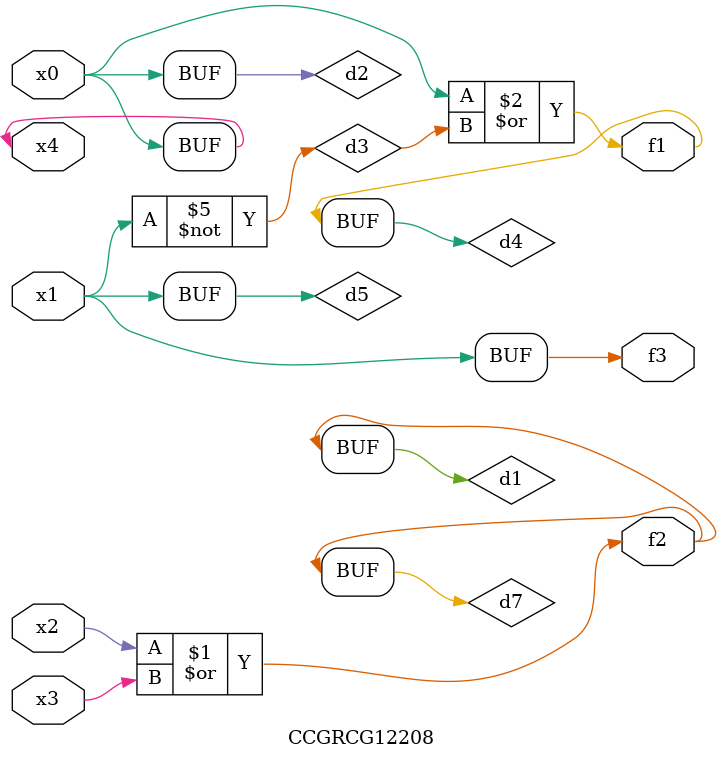
<source format=v>
module CCGRCG12208(
	input x0, x1, x2, x3, x4,
	output f1, f2, f3
);

	wire d1, d2, d3, d4, d5, d6, d7;

	or (d1, x2, x3);
	buf (d2, x0, x4);
	not (d3, x1);
	or (d4, d2, d3);
	not (d5, d3);
	nand (d6, d1, d3);
	or (d7, d1);
	assign f1 = d4;
	assign f2 = d7;
	assign f3 = d5;
endmodule

</source>
